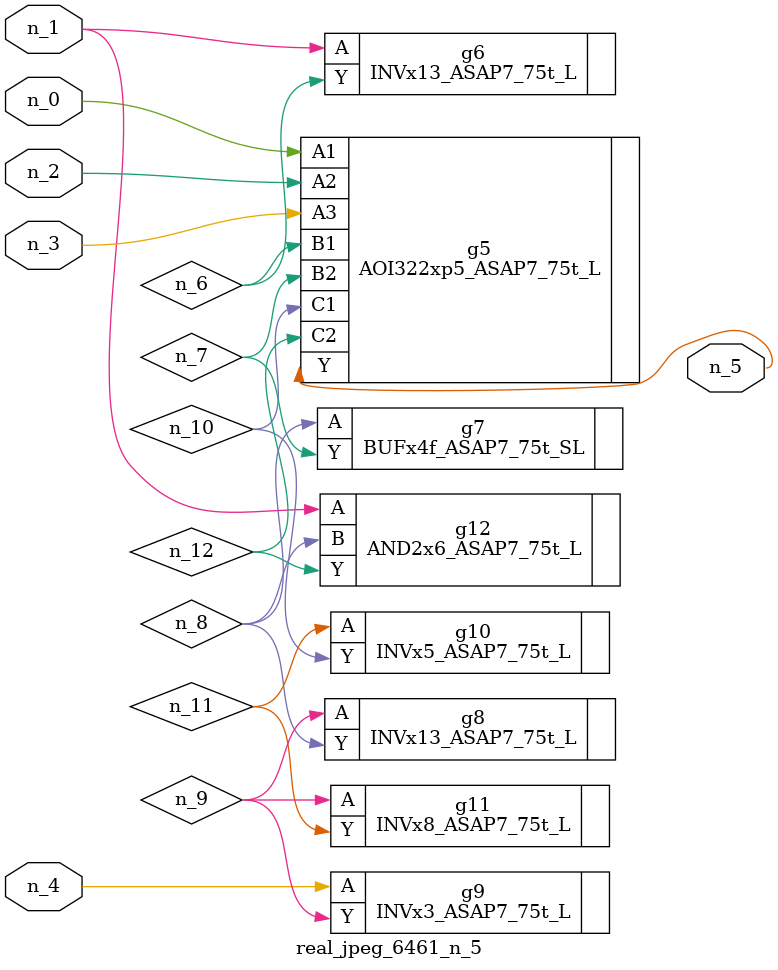
<source format=v>
module real_jpeg_6461_n_5 (n_4, n_0, n_1, n_2, n_3, n_5);

input n_4;
input n_0;
input n_1;
input n_2;
input n_3;

output n_5;

wire n_12;
wire n_8;
wire n_11;
wire n_6;
wire n_7;
wire n_10;
wire n_9;

AOI322xp5_ASAP7_75t_L g5 ( 
.A1(n_0),
.A2(n_2),
.A3(n_3),
.B1(n_6),
.B2(n_7),
.C1(n_10),
.C2(n_12),
.Y(n_5)
);

INVx13_ASAP7_75t_L g6 ( 
.A(n_1),
.Y(n_6)
);

AND2x6_ASAP7_75t_L g12 ( 
.A(n_1),
.B(n_8),
.Y(n_12)
);

INVx3_ASAP7_75t_L g9 ( 
.A(n_4),
.Y(n_9)
);

BUFx4f_ASAP7_75t_SL g7 ( 
.A(n_8),
.Y(n_7)
);

INVx13_ASAP7_75t_L g8 ( 
.A(n_9),
.Y(n_8)
);

INVx8_ASAP7_75t_L g11 ( 
.A(n_9),
.Y(n_11)
);

INVx5_ASAP7_75t_L g10 ( 
.A(n_11),
.Y(n_10)
);


endmodule
</source>
